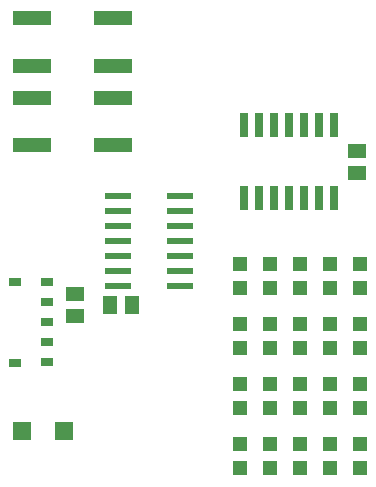
<source format=gtp>
G75*
G70*
%OFA0B0*%
%FSLAX24Y24*%
%IPPOS*%
%LPD*%
%AMOC8*
5,1,8,0,0,1.08239X$1,22.5*
%
%ADD10R,0.0870X0.0240*%
%ADD11R,0.0512X0.0591*%
%ADD12R,0.0472X0.0472*%
%ADD13R,0.0260X0.0800*%
%ADD14R,0.0591X0.0512*%
%ADD15R,0.0433X0.0315*%
%ADD16R,0.0591X0.0591*%
%ADD17R,0.1260X0.0472*%
D10*
X009930Y008405D03*
X009930Y008905D03*
X009930Y009405D03*
X009930Y009905D03*
X009930Y010405D03*
X009930Y010905D03*
X009930Y011405D03*
X011980Y011405D03*
X011980Y010905D03*
X011980Y010405D03*
X011980Y009905D03*
X011980Y009405D03*
X011980Y008905D03*
X011980Y008405D03*
D11*
X010404Y007780D03*
X009656Y007780D03*
D12*
X014005Y008342D03*
X014005Y009168D03*
X015005Y009168D03*
X015005Y008342D03*
X016005Y008342D03*
X016005Y009168D03*
X017005Y009168D03*
X017005Y008342D03*
X018005Y008342D03*
X018005Y009168D03*
X018005Y007168D03*
X018005Y006342D03*
X017005Y006342D03*
X017005Y007168D03*
X016005Y007168D03*
X016005Y006342D03*
X015005Y006342D03*
X015005Y007168D03*
X014005Y007168D03*
X014005Y006342D03*
X014005Y005168D03*
X014005Y004342D03*
X015005Y004342D03*
X015005Y005168D03*
X016005Y005168D03*
X016005Y004342D03*
X017005Y004342D03*
X017005Y005168D03*
X018005Y005168D03*
X018005Y004342D03*
X018005Y003168D03*
X018005Y002342D03*
X017005Y002342D03*
X017005Y003168D03*
X016005Y003168D03*
X016005Y002342D03*
X015005Y002342D03*
X015005Y003168D03*
X014005Y003168D03*
X014005Y002342D03*
D13*
X014119Y011356D03*
X014619Y011356D03*
X015119Y011356D03*
X015619Y011356D03*
X016119Y011356D03*
X016619Y011356D03*
X017119Y011356D03*
X017119Y013776D03*
X016619Y013776D03*
X016119Y013776D03*
X015619Y013776D03*
X015119Y013776D03*
X014619Y013776D03*
X014119Y013776D03*
D14*
X017882Y012930D03*
X017882Y012182D03*
X008508Y008155D03*
X008508Y007407D03*
D15*
X006507Y005841D03*
X007570Y005881D03*
X007570Y006550D03*
X007570Y007219D03*
X007570Y007888D03*
X007570Y008558D03*
X006507Y008558D03*
D16*
X006731Y003593D03*
X008109Y003593D03*
D17*
X007066Y013118D03*
X007066Y014692D03*
X007066Y015768D03*
X007066Y017342D03*
X009744Y017342D03*
X009744Y015768D03*
X009744Y014692D03*
X009744Y013118D03*
M02*

</source>
